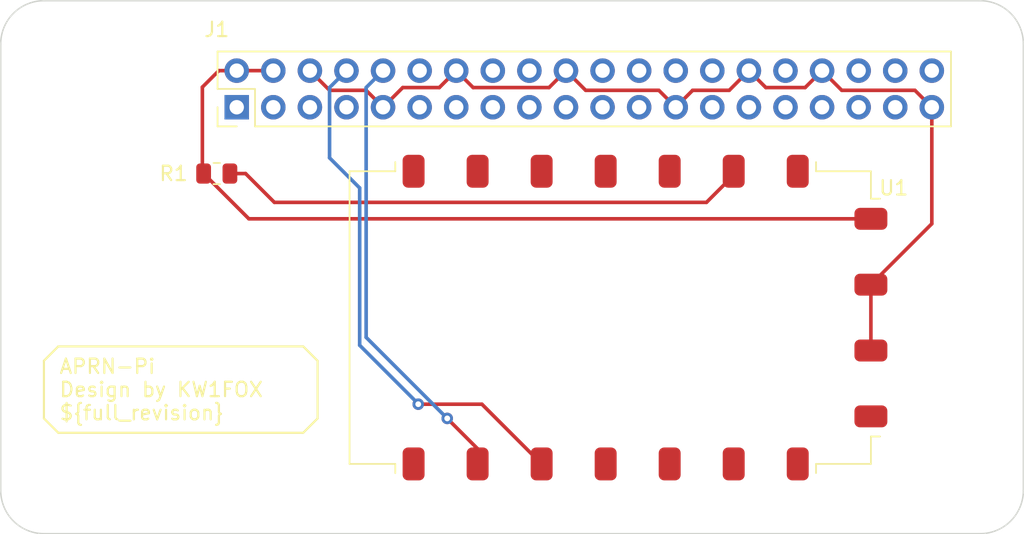
<source format=kicad_pcb>
(kicad_pcb (version 20211014) (generator pcbnew)
  (layers (0 "F.Cu" signal) (31 "B.Cu" signal) (34 "B.Paste" user) (35 "F.Paste" user) (36 "B.SilkS" user "B.Silkscreen") (37 "F.SilkS" user "F.Silkscreen") (38 "B.Mask" user) (39 "F.Mask" user) (44 "Edge.Cuts" user))
  (net 0 "")
  (net 12 "+5V")
  (net 13 "GND")
  (net 16 "TXD")
  (net 18 "RXD")
  (net 20 "Net-(U1-Pad6)")
  (footprint "KenwoodFox:DRA818V" (layer "F.Cu") (at 145 87 90)
    (fp_text reference "U1" (at 9 20 unlocked) (layer "F.SilkS"))
    (fp_text value "DRA818V")
    (fp_line (start -10.16 14.605) (end -10.16 18.415) (layer "F.SilkS") (width 0.12))
    (fp_line (start 10.16 -17.78) (end -10.16 -17.78) (layer "F.SilkS") (width 0.12))
    (fp_line (start 10.16 18.415) (end 10.16 14.605) (layer "F.SilkS") (width 0.12))
    (fp_line (start -10.795 14.605) (end -10.16 14.605) (layer "F.SilkS") (width 0.12))
    (fp_line (start -10.16 -17.78) (end -10.16 -14.605) (layer "F.SilkS") (width 0.12))
    (fp_line (start 8.255 18.415) (end 10.16 18.415) (layer "F.SilkS") (width 0.12))
    (fp_line (start -8.255 18.415) (end -8.255 19.05) (layer "F.SilkS") (width 0.12))
    (fp_line (start -10.16 -14.605) (end -10.795 -14.605) (layer "F.SilkS") (width 0.12))
    (fp_line (start -10.16 18.415) (end -8.255 18.415) (layer "F.SilkS") (width 0.12))
    (fp_line (start 10.795 -14.605) (end 10.16 -14.605) (layer "F.SilkS") (width 0.12))
    (fp_line (start 10.16 -14.605) (end 10.16 -17.78) (layer "F.SilkS") (width 0.12))
    (fp_line (start 8.255 19.05) (end 8.255 18.415) (layer "F.SilkS") (width 0.12))
    (fp_line (start 10.16 14.605) (end 10.795 14.605) (layer "F.SilkS") (width 0.12))
    (pad "1" smd roundrect (at 10.16 -13.335 90) (size 2.286 1.524) (layers "F.Cu" "F.Paste" "F.Mask"))
    (pad "2" smd roundrect (at 10.16 -8.89 90) (size 2.286 1.524) (layers "F.Cu" "F.Paste" "F.Mask"))
    (pad "3" smd roundrect (at 10.16 -4.445 90) (size 2.286 1.524) (layers "F.Cu" "F.Paste" "F.Mask"))
    (pad "4" smd roundrect (at 10.16 0 90) (size 2.286 1.524) (layers "F.Cu" "F.Paste" "F.Mask"))
    (pad "5" smd roundrect (at 10.16 4.445 90) (size 2.286 1.524) (layers "F.Cu" "F.Paste" "F.Mask"))
    (pad "6" smd roundrect (at 10.16 8.89 90) (size 2.286 1.524) (layers "F.Cu" "F.Paste" "F.Mask") (net 20 "Net-(U1-Pad6)"))
    (pad "7" smd roundrect (at 10.16 13.335 90) (size 2.286 1.524) (layers "F.Cu" "F.Paste" "F.Mask"))
    (pad "8" smd roundrect (at 6.858 18.415 180) (size 2.286 1.524) (layers "F.Cu" "F.Paste" "F.Mask") (net 12 "+5V"))
    (pad "9" smd roundrect (at 2.286 18.415 180) (size 2.286 1.524) (layers "F.Cu" "F.Paste" "F.Mask") (net 13 "GND"))
    (pad "10" smd roundrect (at -2.286 18.415 180) (size 2.286 1.524) (layers "F.Cu" "F.Paste" "F.Mask") (net 13 "GND"))
    (pad "11" smd roundrect (at -6.858 18.415 180) (size 2.286 1.524) (layers "F.Cu" "F.Paste" "F.Mask"))
    (pad "12" smd roundrect (at -10.16 13.335 270) (size 2.286 1.524) (layers "F.Cu" "F.Paste" "F.Mask"))
    (pad "13" smd roundrect (at -10.16 8.89 270) (size 2.286 1.524) (layers "F.Cu" "F.Paste" "F.Mask"))
    (pad "14" smd roundrect (at -10.16 4.445 270) (size 2.286 1.524) (layers "F.Cu" "F.Paste" "F.Mask"))
    (pad "15" smd roundrect (at -10.16 0 270) (size 2.286 1.524) (layers "F.Cu" "F.Paste" "F.Mask"))
    (pad "16" smd roundrect (at -10.16 -4.445 270) (size 2.286 1.524) (layers "F.Cu" "F.Paste" "F.Mask") (net 16 "TXD"))
    (pad "17" smd roundrect (at -10.16 -8.89 270) (size 2.286 1.524) (layers "F.Cu" "F.Paste" "F.Mask") (net 18 "RXD"))
    (pad "18" smd roundrect (at -10.16 -13.335 270) (size 2.286 1.524) (layers "F.Cu" "F.Paste" "F.Mask"))
  )
  (footprint "Resistor_SMD:R_0805_2012Metric" (layer "F.Cu") (at 118 77 180)
    (fp_text reference "R1" (at 3 0) (layer "F.SilkS"))
    (fp_text value "100k")
    (fp_line (start -0.227064 -0.735) (end 0.227064 -0.735) (layer "F.SilkS") (width 0.12))
    (fp_line (start -0.227064 0.735) (end 0.227064 0.735) (layer "F.SilkS") (width 0.12))
    (pad "1" smd roundrect (at -0.9125 0 180) (size 1.025 1.4) (layers "F.Cu" "F.Paste" "F.Mask") (roundrect_rratio 0.243902) (net 20 "Net-(U1-Pad6)"))
    (pad "2" smd roundrect (at 0.9125 0 180) (size 1.025 1.4) (layers "F.Cu" "F.Paste" "F.Mask") (roundrect_rratio 0.243902) (net 12 "+5V"))
  )
  (footprint "Connector_PinHeader_2.54mm:PinHeader_2x20_P2.54mm_Vertical" (layer "F.Cu") (at 119.385 72.395 90)
    (fp_text reference "J1" (at 5.395 -1.385 180) (layer "F.SilkS"))
    (fp_text value "Raspberry_Pi_2_3")
    (fp_line (start 1.27 -1.33) (end 3.87 -1.33) (layer "F.SilkS") (width 0.12))
    (fp_line (start -1.33 -1.33) (end 0 -1.33) (layer "F.SilkS") (width 0.12))
    (fp_line (start 3.87 -1.33) (end 3.87 49.59) (layer "F.SilkS") (width 0.12))
    (fp_line (start 1.27 1.27) (end 1.27 -1.33) (layer "F.SilkS") (width 0.12))
    (fp_line (start -1.33 0) (end -1.33 -1.33) (layer "F.SilkS") (width 0.12))
    (fp_line (start -1.33 49.59) (end 3.87 49.59) (layer "F.SilkS") (width 0.12))
    (fp_line (start -1.33 1.27) (end -1.33 49.59) (layer "F.SilkS") (width 0.12))
    (fp_line (start -1.33 1.27) (end 1.27 1.27) (layer "F.SilkS") (width 0.12))
    (pad "1" thru_hole rect (at 0 0 90) (size 1.7 1.7) (drill 1) (layers *.Cu *.Mask))
    (pad "2" thru_hole oval (at 2.54 0 90) (size 1.7 1.7) (drill 1) (layers *.Cu *.Mask) (net 12 "+5V"))
    (pad "3" thru_hole oval (at 0 2.54 90) (size 1.7 1.7) (drill 1) (layers *.Cu *.Mask))
    (pad "4" thru_hole oval (at 2.54 2.54 90) (size 1.7 1.7) (drill 1) (layers *.Cu *.Mask) (net 12 "+5V"))
    (pad "5" thru_hole oval (at 0 5.08 90) (size 1.7 1.7) (drill 1) (layers *.Cu *.Mask))
    (pad "6" thru_hole oval (at 2.54 5.08 90) (size 1.7 1.7) (drill 1) (layers *.Cu *.Mask) (net 13 "GND"))
    (pad "7" thru_hole oval (at 0 7.62 90) (size 1.7 1.7) (drill 1) (layers *.Cu *.Mask))
    (pad "8" thru_hole oval (at 2.54 7.62 90) (size 1.7 1.7) (drill 1) (layers *.Cu *.Mask) (net 16 "TXD"))
    (pad "9" thru_hole oval (at 0 10.16 90) (size 1.7 1.7) (drill 1) (layers *.Cu *.Mask) (net 13 "GND"))
    (pad "10" thru_hole oval (at 2.54 10.16 90) (size 1.7 1.7) (drill 1) (layers *.Cu *.Mask) (net 18 "RXD"))
    (pad "11" thru_hole oval (at 0 12.7 90) (size 1.7 1.7) (drill 1) (layers *.Cu *.Mask))
    (pad "12" thru_hole oval (at 2.54 12.7 90) (size 1.7 1.7) (drill 1) (layers *.Cu *.Mask))
    (pad "13" thru_hole oval (at 0 15.24 90) (size 1.7 1.7) (drill 1) (layers *.Cu *.Mask))
    (pad "14" thru_hole oval (at 2.54 15.24 90) (size 1.7 1.7) (drill 1) (layers *.Cu *.Mask) (net 13 "GND"))
    (pad "15" thru_hole oval (at 0 17.78 90) (size 1.7 1.7) (drill 1) (layers *.Cu *.Mask))
    (pad "16" thru_hole oval (at 2.54 17.78 90) (size 1.7 1.7) (drill 1) (layers *.Cu *.Mask))
    (pad "17" thru_hole oval (at 0 20.32 90) (size 1.7 1.7) (drill 1) (layers *.Cu *.Mask))
    (pad "18" thru_hole oval (at 2.54 20.32 90) (size 1.7 1.7) (drill 1) (layers *.Cu *.Mask))
    (pad "19" thru_hole oval (at 0 22.86 90) (size 1.7 1.7) (drill 1) (layers *.Cu *.Mask))
    (pad "20" thru_hole oval (at 2.54 22.86 90) (size 1.7 1.7) (drill 1) (layers *.Cu *.Mask) (net 13 "GND"))
    (pad "21" thru_hole oval (at 0 25.4 90) (size 1.7 1.7) (drill 1) (layers *.Cu *.Mask))
    (pad "22" thru_hole oval (at 2.54 25.4 90) (size 1.7 1.7) (drill 1) (layers *.Cu *.Mask))
    (pad "23" thru_hole oval (at 0 27.94 90) (size 1.7 1.7) (drill 1) (layers *.Cu *.Mask))
    (pad "24" thru_hole oval (at 2.54 27.94 90) (size 1.7 1.7) (drill 1) (layers *.Cu *.Mask))
    (pad "25" thru_hole oval (at 0 30.48 90) (size 1.7 1.7) (drill 1) (layers *.Cu *.Mask) (net 13 "GND"))
    (pad "26" thru_hole oval (at 2.54 30.48 90) (size 1.7 1.7) (drill 1) (layers *.Cu *.Mask))
    (pad "27" thru_hole oval (at 0 33.02 90) (size 1.7 1.7) (drill 1) (layers *.Cu *.Mask))
    (pad "28" thru_hole oval (at 2.54 33.02 90) (size 1.7 1.7) (drill 1) (layers *.Cu *.Mask))
    (pad "29" thru_hole oval (at 0 35.56 90) (size 1.7 1.7) (drill 1) (layers *.Cu *.Mask))
    (pad "30" thru_hole oval (at 2.54 35.56 90) (size 1.7 1.7) (drill 1) (layers *.Cu *.Mask) (net 13 "GND"))
    (pad "31" thru_hole oval (at 0 38.1 90) (size 1.7 1.7) (drill 1) (layers *.Cu *.Mask))
    (pad "32" thru_hole oval (at 2.54 38.1 90) (size 1.7 1.7) (drill 1) (layers *.Cu *.Mask))
    (pad "33" thru_hole oval (at 0 40.64 90) (size 1.7 1.7) (drill 1) (layers *.Cu *.Mask))
    (pad "34" thru_hole oval (at 2.54 40.64 90) (size 1.7 1.7) (drill 1) (layers *.Cu *.Mask) (net 13 "GND"))
    (pad "35" thru_hole oval (at 0 43.18 90) (size 1.7 1.7) (drill 1) (layers *.Cu *.Mask))
    (pad "36" thru_hole oval (at 2.54 43.18 90) (size 1.7 1.7) (drill 1) (layers *.Cu *.Mask))
    (pad "37" thru_hole oval (at 0 45.72 90) (size 1.7 1.7) (drill 1) (layers *.Cu *.Mask))
    (pad "38" thru_hole oval (at 2.54 45.72 90) (size 1.7 1.7) (drill 1) (layers *.Cu *.Mask))
    (pad "39" thru_hole oval (at 0 48.26 90) (size 1.7 1.7) (drill 1) (layers *.Cu *.Mask) (net 13 "GND"))
    (pad "40" thru_hole oval (at 2.54 48.26 90) (size 1.7 1.7) (drill 1) (layers *.Cu *.Mask))
  )
  (gr_line (start 124 89) (end 107 89) (layer "F.SilkS") (width 0.15))
  (gr_line (start 124 95) (end 125 94) (layer "F.SilkS") (width 0.15))
  (gr_line (start 107 89) (end 106 90) (layer "F.SilkS") (width 0.15))
  (gr_line (start 125 94) (end 125 90) (layer "F.SilkS") (width 0.15))
  (gr_line (start 125 90) (end 124 89) (layer "F.SilkS") (width 0.15))
  (gr_line (start 106 94) (end 107 95) (layer "F.SilkS") (width 0.15))
  (gr_line (start 107 95) (end 124 95) (layer "F.SilkS") (width 0.15))
  (gr_line (start 106 90) (end 106 94) (layer "F.SilkS") (width 0.15))
  (gr_arc (start 106 102) (mid 103.87868 101.12132) (end 103 99) (layer "Edge.Cuts") (width 0.1))
  (gr_arc (start 171 65) (mid 173.12132 65.87868) (end 174 68) (layer "Edge.Cuts") (width 0.1))
  (gr_arc (start 103 68) (mid 103.87868 65.87868) (end 106 65) (layer "Edge.Cuts") (width 0.1))
  (gr_line (start 174 68) (end 174 99) (layer "Edge.Cuts") (width 0.1))
  (gr_line (start 171 65) (end 106 65) (layer "Edge.Cuts") (width 0.1))
  (gr_arc (start 174 99) (mid 173.12132 101.12132) (end 171 102) (layer "Edge.Cuts") (width 0.1))
  (gr_line (start 103 99) (end 103 68) (layer "Edge.Cuts") (width 0.1))
  (gr_line (start 171 102) (end 106 102) (layer "Edge.Cuts") (width 0.1))
  (gr_text "APRN-Pi\nDesign by KW1FOX\n${full_revision}" (at 107 92) (layer "F.SilkS") (effects (font (size 1 1)) (justify left)))
  (segment (start 119.385 69.855) (end 121.925 69.855) (width 0.25) (layer "F.Cu") (net 12))
  (segment (start 117 71) (end 118.145 69.855) (width 0.25) (layer "F.Cu") (net 12))
  (segment (start 117 76.9125) (end 117.0875 77) (width 0.25) (layer "F.Cu") (net 12))
  (segment (start 120.2295 80.142) (end 163.415 80.142) (width 0.25) (layer "F.Cu") (net 12))
  (segment (start 117.0875 77) (end 120.2295 80.142) (width 0.25) (layer "F.Cu") (net 12))
  (segment (start 118.145 69.855) (end 119.385 69.855) (width 0.25) (layer "F.Cu") (net 12))
  (segment (start 117 71) (end 117 76.9125) (width 0.25) (layer "F.Cu") (net 12))
  (segment (start 117.0875 77) (end 117 77) (width 0.25) (layer "F.Cu") (net 12))
  (segment (start 161.390489 71.220489) (end 160.025 69.855) (width 0.25) (layer "F.Cu") (net 13))
  (segment (start 125.830489 71.220489) (end 124.465 69.855) (width 0.25) (layer "F.Cu") (net 13))
  (segment (start 153.579511 71.220489) (end 151.039511 71.220489) (width 0.25) (layer "F.Cu") (net 13))
  (segment (start 167.645 80.484) (end 167.645 72.395) (width 0.25) (layer "F.Cu") (net 13))
  (segment (start 128.370489 71.220489) (end 125.830489 71.220489) (width 0.25) (layer "F.Cu") (net 13))
  (segment (start 167.645 72.395) (end 166.470489 71.220489) (width 0.25) (layer "F.Cu") (net 13))
  (segment (start 149.865 72.395) (end 148.690489 71.220489) (width 0.25) (layer "F.Cu") (net 13))
  (segment (start 135.799511 71.029511) (end 134.625 69.855) (width 0.25) (layer "F.Cu") (net 13))
  (segment (start 156.119511 71.029511) (end 154.945 69.855) (width 0.25) (layer "F.Cu") (net 13))
  (segment (start 143.610489 71.220489) (end 142.245 69.855) (width 0.25) (layer "F.Cu") (net 13))
  (segment (start 129.545 72.395) (end 128.370489 71.220489) (width 0.25) (layer "F.Cu") (net 13))
  (segment (start 166.470489 71.220489) (end 161.390489 71.220489) (width 0.25) (layer "F.Cu") (net 13))
  (segment (start 148.690489 71.220489) (end 143.610489 71.220489) (width 0.25) (layer "F.Cu") (net 13))
  (segment (start 163.415 89.286) (end 163.415 84.714) (width 0.25) (layer "F.Cu") (net 13))
  (segment (start 160.025 69.855) (end 158.850489 71.029511) (width 0.25) (layer "F.Cu") (net 13))
  (segment (start 133.450489 71.029511) (end 130.910489 71.029511) (width 0.25) (layer "F.Cu") (net 13))
  (segment (start 158.850489 71.029511) (end 156.119511 71.029511) (width 0.25) (layer "F.Cu") (net 13))
  (segment (start 141.070489 71.029511) (end 135.799511 71.029511) (width 0.25) (layer "F.Cu") (net 13))
  (segment (start 163.415 84.714) (end 167.645 80.484) (width 0.25) (layer "F.Cu") (net 13))
  (segment (start 151.039511 71.220489) (end 149.865 72.395) (width 0.25) (layer "F.Cu") (net 13))
  (segment (start 154.945 69.855) (end 153.579511 71.220489) (width 0.25) (layer "F.Cu") (net 13))
  (segment (start 142.245 69.855) (end 141.070489 71.029511) (width 0.25) (layer "F.Cu") (net 13))
  (segment (start 134.625 69.855) (end 133.450489 71.029511) (width 0.25) (layer "F.Cu") (net 13))
  (segment (start 130.910489 71.029511) (end 129.545 72.395) (width 0.25) (layer "F.Cu") (net 13))
  (segment (start 140.555 97.16) (end 136.407299 93.012299) (width 0.25) (layer "F.Cu") (net 16))
  (segment (start 136.407299 93.012299) (end 131.987701 93.012299) (width 0.25) (layer "F.Cu") (net 16))
  (via (at 131.987701 93.012299) (size 0.8) (drill 0.4) (layers "F.Cu" "B.Cu") (net 16))
  (segment (start 131.987701 93.012299) (end 131.987701 92.987701) (width 0.25) (layer "B.Cu") (net 16))
  (segment (start 125.830489 71.029511) (end 127.005 69.855) (width 0.25) (layer "B.Cu") (net 16))
  (segment (start 131.987701 92.987701) (end 127.920969 88.920969) (width 0.25) (layer "B.Cu") (net 16))
  (segment (start 125.830489 75.90952) (end 125.830489 71.029511) (width 0.25) (layer "B.Cu") (net 16))
  (segment (start 127.920969 78) (end 125.830489 75.90952) (width 0.25) (layer "B.Cu") (net 16))
  (segment (start 127.920969 88.920969) (end 127.920969 78) (width 0.25) (layer "B.Cu") (net 16))
  (segment (start 134 94) (end 136.11 96.11) (width 0.25) (layer "F.Cu") (net 18))
  (segment (start 136.11 96.11) (end 136.11 97.16) (width 0.25) (layer "F.Cu") (net 18))
  (via (at 134 94) (size 0.8) (drill 0.4) (layers "F.Cu" "B.Cu") (net 18))
  (segment (start 129.545 69.855) (end 128.370489 71.029511) (width 0.25) (layer "B.Cu") (net 18))
  (segment (start 128.370489 88.370489) (end 134 94) (width 0.25) (layer "B.Cu") (net 18))
  (segment (start 128.370489 71.029511) (end 128.370489 88.370489) (width 0.25) (layer "B.Cu") (net 18))
  (segment (start 118.9125 77) (end 120 77) (width 0.25) (layer "F.Cu") (net 20))
  (segment (start 122 79) (end 152 79) (width 0.25) (layer "F.Cu") (net 20))
  (segment (start 152 79) (end 153.89 77.11) (width 0.25) (layer "F.Cu") (net 20))
  (segment (start 120 77) (end 122 79) (width 0.25) (layer "F.Cu") (net 20))
  (segment (start 153.89 77.11) (end 153.89 76.84) (width 0.25) (layer "F.Cu") (net 20))
)
</source>
